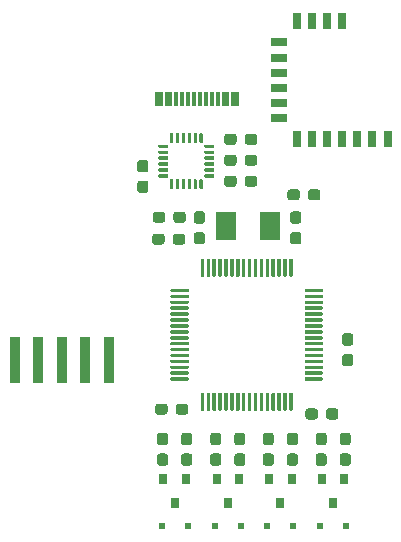
<source format=gbr>
%TF.GenerationSoftware,KiCad,Pcbnew,(5.1.6-0-10_14)*%
%TF.CreationDate,2020-11-30T17:01:27+08:00*%
%TF.ProjectId,Quadrotor,51756164-726f-4746-9f72-2e6b69636164,rev?*%
%TF.SameCoordinates,Original*%
%TF.FileFunction,Paste,Top*%
%TF.FilePolarity,Positive*%
%FSLAX46Y46*%
G04 Gerber Fmt 4.6, Leading zero omitted, Abs format (unit mm)*
G04 Created by KiCad (PCBNEW (5.1.6-0-10_14)) date 2020-11-30 17:01:27*
%MOMM*%
%LPD*%
G01*
G04 APERTURE LIST*
%ADD10R,0.850000X4.000000*%
%ADD11R,1.700000X2.400000*%
%ADD12R,0.700000X1.400000*%
%ADD13R,1.400000X0.700000*%
%ADD14R,0.800000X0.900000*%
%ADD15R,0.300000X1.150000*%
%ADD16R,0.500000X0.500000*%
G04 APERTURE END LIST*
D10*
%TO.C,U2*%
X107450000Y-129650000D03*
X109450000Y-129650000D03*
X111450000Y-129650000D03*
X113450000Y-129650000D03*
X115450000Y-129650000D03*
%TD*%
D11*
%TO.C,Y1*%
X125350000Y-118250000D03*
X129050000Y-118250000D03*
%TD*%
D12*
%TO.C,U7*%
X131350000Y-100950000D03*
X132630000Y-100950000D03*
X133910000Y-100950000D03*
D13*
X129850000Y-109150000D03*
X129850000Y-107870000D03*
X129850000Y-106590000D03*
X129850000Y-105310000D03*
X129850000Y-104030000D03*
D12*
X131350000Y-110950000D03*
X132630000Y-110950000D03*
X133910000Y-110950000D03*
X135190000Y-110950000D03*
X136470000Y-110950000D03*
X137750000Y-110950000D03*
D13*
X129850000Y-102750000D03*
D12*
X135190000Y-100950000D03*
X139030000Y-110950000D03*
%TD*%
%TO.C,U6*%
G36*
G01*
X123525000Y-111625000D02*
X123525000Y-111475000D01*
G75*
G02*
X123600000Y-111400000I75000J0D01*
G01*
X124300000Y-111400000D01*
G75*
G02*
X124375000Y-111475000I0J-75000D01*
G01*
X124375000Y-111625000D01*
G75*
G02*
X124300000Y-111700000I-75000J0D01*
G01*
X123600000Y-111700000D01*
G75*
G02*
X123525000Y-111625000I0J75000D01*
G01*
G37*
G36*
G01*
X123525000Y-112125000D02*
X123525000Y-111975000D01*
G75*
G02*
X123600000Y-111900000I75000J0D01*
G01*
X124300000Y-111900000D01*
G75*
G02*
X124375000Y-111975000I0J-75000D01*
G01*
X124375000Y-112125000D01*
G75*
G02*
X124300000Y-112200000I-75000J0D01*
G01*
X123600000Y-112200000D01*
G75*
G02*
X123525000Y-112125000I0J75000D01*
G01*
G37*
G36*
G01*
X123525000Y-112625000D02*
X123525000Y-112475000D01*
G75*
G02*
X123600000Y-112400000I75000J0D01*
G01*
X124300000Y-112400000D01*
G75*
G02*
X124375000Y-112475000I0J-75000D01*
G01*
X124375000Y-112625000D01*
G75*
G02*
X124300000Y-112700000I-75000J0D01*
G01*
X123600000Y-112700000D01*
G75*
G02*
X123525000Y-112625000I0J75000D01*
G01*
G37*
G36*
G01*
X123525000Y-113125000D02*
X123525000Y-112975000D01*
G75*
G02*
X123600000Y-112900000I75000J0D01*
G01*
X124300000Y-112900000D01*
G75*
G02*
X124375000Y-112975000I0J-75000D01*
G01*
X124375000Y-113125000D01*
G75*
G02*
X124300000Y-113200000I-75000J0D01*
G01*
X123600000Y-113200000D01*
G75*
G02*
X123525000Y-113125000I0J75000D01*
G01*
G37*
G36*
G01*
X123525000Y-113625000D02*
X123525000Y-113475000D01*
G75*
G02*
X123600000Y-113400000I75000J0D01*
G01*
X124300000Y-113400000D01*
G75*
G02*
X124375000Y-113475000I0J-75000D01*
G01*
X124375000Y-113625000D01*
G75*
G02*
X124300000Y-113700000I-75000J0D01*
G01*
X123600000Y-113700000D01*
G75*
G02*
X123525000Y-113625000I0J75000D01*
G01*
G37*
G36*
G01*
X123525000Y-114125000D02*
X123525000Y-113975000D01*
G75*
G02*
X123600000Y-113900000I75000J0D01*
G01*
X124300000Y-113900000D01*
G75*
G02*
X124375000Y-113975000I0J-75000D01*
G01*
X124375000Y-114125000D01*
G75*
G02*
X124300000Y-114200000I-75000J0D01*
G01*
X123600000Y-114200000D01*
G75*
G02*
X123525000Y-114125000I0J75000D01*
G01*
G37*
G36*
G01*
X123175000Y-114325000D02*
X123325000Y-114325000D01*
G75*
G02*
X123400000Y-114400000I0J-75000D01*
G01*
X123400000Y-115100000D01*
G75*
G02*
X123325000Y-115175000I-75000J0D01*
G01*
X123175000Y-115175000D01*
G75*
G02*
X123100000Y-115100000I0J75000D01*
G01*
X123100000Y-114400000D01*
G75*
G02*
X123175000Y-114325000I75000J0D01*
G01*
G37*
G36*
G01*
X122675000Y-114325000D02*
X122825000Y-114325000D01*
G75*
G02*
X122900000Y-114400000I0J-75000D01*
G01*
X122900000Y-115100000D01*
G75*
G02*
X122825000Y-115175000I-75000J0D01*
G01*
X122675000Y-115175000D01*
G75*
G02*
X122600000Y-115100000I0J75000D01*
G01*
X122600000Y-114400000D01*
G75*
G02*
X122675000Y-114325000I75000J0D01*
G01*
G37*
G36*
G01*
X122175000Y-114325000D02*
X122325000Y-114325000D01*
G75*
G02*
X122400000Y-114400000I0J-75000D01*
G01*
X122400000Y-115100000D01*
G75*
G02*
X122325000Y-115175000I-75000J0D01*
G01*
X122175000Y-115175000D01*
G75*
G02*
X122100000Y-115100000I0J75000D01*
G01*
X122100000Y-114400000D01*
G75*
G02*
X122175000Y-114325000I75000J0D01*
G01*
G37*
G36*
G01*
X121675000Y-114325000D02*
X121825000Y-114325000D01*
G75*
G02*
X121900000Y-114400000I0J-75000D01*
G01*
X121900000Y-115100000D01*
G75*
G02*
X121825000Y-115175000I-75000J0D01*
G01*
X121675000Y-115175000D01*
G75*
G02*
X121600000Y-115100000I0J75000D01*
G01*
X121600000Y-114400000D01*
G75*
G02*
X121675000Y-114325000I75000J0D01*
G01*
G37*
G36*
G01*
X121175000Y-114325000D02*
X121325000Y-114325000D01*
G75*
G02*
X121400000Y-114400000I0J-75000D01*
G01*
X121400000Y-115100000D01*
G75*
G02*
X121325000Y-115175000I-75000J0D01*
G01*
X121175000Y-115175000D01*
G75*
G02*
X121100000Y-115100000I0J75000D01*
G01*
X121100000Y-114400000D01*
G75*
G02*
X121175000Y-114325000I75000J0D01*
G01*
G37*
G36*
G01*
X120675000Y-114325000D02*
X120825000Y-114325000D01*
G75*
G02*
X120900000Y-114400000I0J-75000D01*
G01*
X120900000Y-115100000D01*
G75*
G02*
X120825000Y-115175000I-75000J0D01*
G01*
X120675000Y-115175000D01*
G75*
G02*
X120600000Y-115100000I0J75000D01*
G01*
X120600000Y-114400000D01*
G75*
G02*
X120675000Y-114325000I75000J0D01*
G01*
G37*
G36*
G01*
X119625000Y-114125000D02*
X119625000Y-113975000D01*
G75*
G02*
X119700000Y-113900000I75000J0D01*
G01*
X120400000Y-113900000D01*
G75*
G02*
X120475000Y-113975000I0J-75000D01*
G01*
X120475000Y-114125000D01*
G75*
G02*
X120400000Y-114200000I-75000J0D01*
G01*
X119700000Y-114200000D01*
G75*
G02*
X119625000Y-114125000I0J75000D01*
G01*
G37*
G36*
G01*
X119625000Y-113625000D02*
X119625000Y-113475000D01*
G75*
G02*
X119700000Y-113400000I75000J0D01*
G01*
X120400000Y-113400000D01*
G75*
G02*
X120475000Y-113475000I0J-75000D01*
G01*
X120475000Y-113625000D01*
G75*
G02*
X120400000Y-113700000I-75000J0D01*
G01*
X119700000Y-113700000D01*
G75*
G02*
X119625000Y-113625000I0J75000D01*
G01*
G37*
G36*
G01*
X119625000Y-113125000D02*
X119625000Y-112975000D01*
G75*
G02*
X119700000Y-112900000I75000J0D01*
G01*
X120400000Y-112900000D01*
G75*
G02*
X120475000Y-112975000I0J-75000D01*
G01*
X120475000Y-113125000D01*
G75*
G02*
X120400000Y-113200000I-75000J0D01*
G01*
X119700000Y-113200000D01*
G75*
G02*
X119625000Y-113125000I0J75000D01*
G01*
G37*
G36*
G01*
X119625000Y-112625000D02*
X119625000Y-112475000D01*
G75*
G02*
X119700000Y-112400000I75000J0D01*
G01*
X120400000Y-112400000D01*
G75*
G02*
X120475000Y-112475000I0J-75000D01*
G01*
X120475000Y-112625000D01*
G75*
G02*
X120400000Y-112700000I-75000J0D01*
G01*
X119700000Y-112700000D01*
G75*
G02*
X119625000Y-112625000I0J75000D01*
G01*
G37*
G36*
G01*
X119625000Y-112125000D02*
X119625000Y-111975000D01*
G75*
G02*
X119700000Y-111900000I75000J0D01*
G01*
X120400000Y-111900000D01*
G75*
G02*
X120475000Y-111975000I0J-75000D01*
G01*
X120475000Y-112125000D01*
G75*
G02*
X120400000Y-112200000I-75000J0D01*
G01*
X119700000Y-112200000D01*
G75*
G02*
X119625000Y-112125000I0J75000D01*
G01*
G37*
G36*
G01*
X119625000Y-111625000D02*
X119625000Y-111475000D01*
G75*
G02*
X119700000Y-111400000I75000J0D01*
G01*
X120400000Y-111400000D01*
G75*
G02*
X120475000Y-111475000I0J-75000D01*
G01*
X120475000Y-111625000D01*
G75*
G02*
X120400000Y-111700000I-75000J0D01*
G01*
X119700000Y-111700000D01*
G75*
G02*
X119625000Y-111625000I0J75000D01*
G01*
G37*
G36*
G01*
X120675000Y-110425000D02*
X120825000Y-110425000D01*
G75*
G02*
X120900000Y-110500000I0J-75000D01*
G01*
X120900000Y-111200000D01*
G75*
G02*
X120825000Y-111275000I-75000J0D01*
G01*
X120675000Y-111275000D01*
G75*
G02*
X120600000Y-111200000I0J75000D01*
G01*
X120600000Y-110500000D01*
G75*
G02*
X120675000Y-110425000I75000J0D01*
G01*
G37*
G36*
G01*
X121175000Y-110425000D02*
X121325000Y-110425000D01*
G75*
G02*
X121400000Y-110500000I0J-75000D01*
G01*
X121400000Y-111200000D01*
G75*
G02*
X121325000Y-111275000I-75000J0D01*
G01*
X121175000Y-111275000D01*
G75*
G02*
X121100000Y-111200000I0J75000D01*
G01*
X121100000Y-110500000D01*
G75*
G02*
X121175000Y-110425000I75000J0D01*
G01*
G37*
G36*
G01*
X121675000Y-110425000D02*
X121825000Y-110425000D01*
G75*
G02*
X121900000Y-110500000I0J-75000D01*
G01*
X121900000Y-111200000D01*
G75*
G02*
X121825000Y-111275000I-75000J0D01*
G01*
X121675000Y-111275000D01*
G75*
G02*
X121600000Y-111200000I0J75000D01*
G01*
X121600000Y-110500000D01*
G75*
G02*
X121675000Y-110425000I75000J0D01*
G01*
G37*
G36*
G01*
X122175000Y-110425000D02*
X122325000Y-110425000D01*
G75*
G02*
X122400000Y-110500000I0J-75000D01*
G01*
X122400000Y-111200000D01*
G75*
G02*
X122325000Y-111275000I-75000J0D01*
G01*
X122175000Y-111275000D01*
G75*
G02*
X122100000Y-111200000I0J75000D01*
G01*
X122100000Y-110500000D01*
G75*
G02*
X122175000Y-110425000I75000J0D01*
G01*
G37*
G36*
G01*
X122675000Y-110425000D02*
X122825000Y-110425000D01*
G75*
G02*
X122900000Y-110500000I0J-75000D01*
G01*
X122900000Y-111200000D01*
G75*
G02*
X122825000Y-111275000I-75000J0D01*
G01*
X122675000Y-111275000D01*
G75*
G02*
X122600000Y-111200000I0J75000D01*
G01*
X122600000Y-110500000D01*
G75*
G02*
X122675000Y-110425000I75000J0D01*
G01*
G37*
G36*
G01*
X123175000Y-110425000D02*
X123325000Y-110425000D01*
G75*
G02*
X123400000Y-110500000I0J-75000D01*
G01*
X123400000Y-111200000D01*
G75*
G02*
X123325000Y-111275000I-75000J0D01*
G01*
X123175000Y-111275000D01*
G75*
G02*
X123100000Y-111200000I0J75000D01*
G01*
X123100000Y-110500000D01*
G75*
G02*
X123175000Y-110425000I75000J0D01*
G01*
G37*
%TD*%
%TO.C,U1*%
G36*
G01*
X132075000Y-123600000D02*
X133475000Y-123600000D01*
G75*
G02*
X133550000Y-123675000I0J-75000D01*
G01*
X133550000Y-123825000D01*
G75*
G02*
X133475000Y-123900000I-75000J0D01*
G01*
X132075000Y-123900000D01*
G75*
G02*
X132000000Y-123825000I0J75000D01*
G01*
X132000000Y-123675000D01*
G75*
G02*
X132075000Y-123600000I75000J0D01*
G01*
G37*
G36*
G01*
X132075000Y-124100000D02*
X133475000Y-124100000D01*
G75*
G02*
X133550000Y-124175000I0J-75000D01*
G01*
X133550000Y-124325000D01*
G75*
G02*
X133475000Y-124400000I-75000J0D01*
G01*
X132075000Y-124400000D01*
G75*
G02*
X132000000Y-124325000I0J75000D01*
G01*
X132000000Y-124175000D01*
G75*
G02*
X132075000Y-124100000I75000J0D01*
G01*
G37*
G36*
G01*
X132075000Y-124600000D02*
X133475000Y-124600000D01*
G75*
G02*
X133550000Y-124675000I0J-75000D01*
G01*
X133550000Y-124825000D01*
G75*
G02*
X133475000Y-124900000I-75000J0D01*
G01*
X132075000Y-124900000D01*
G75*
G02*
X132000000Y-124825000I0J75000D01*
G01*
X132000000Y-124675000D01*
G75*
G02*
X132075000Y-124600000I75000J0D01*
G01*
G37*
G36*
G01*
X132075000Y-125100000D02*
X133475000Y-125100000D01*
G75*
G02*
X133550000Y-125175000I0J-75000D01*
G01*
X133550000Y-125325000D01*
G75*
G02*
X133475000Y-125400000I-75000J0D01*
G01*
X132075000Y-125400000D01*
G75*
G02*
X132000000Y-125325000I0J75000D01*
G01*
X132000000Y-125175000D01*
G75*
G02*
X132075000Y-125100000I75000J0D01*
G01*
G37*
G36*
G01*
X132075000Y-125600000D02*
X133475000Y-125600000D01*
G75*
G02*
X133550000Y-125675000I0J-75000D01*
G01*
X133550000Y-125825000D01*
G75*
G02*
X133475000Y-125900000I-75000J0D01*
G01*
X132075000Y-125900000D01*
G75*
G02*
X132000000Y-125825000I0J75000D01*
G01*
X132000000Y-125675000D01*
G75*
G02*
X132075000Y-125600000I75000J0D01*
G01*
G37*
G36*
G01*
X132075000Y-126100000D02*
X133475000Y-126100000D01*
G75*
G02*
X133550000Y-126175000I0J-75000D01*
G01*
X133550000Y-126325000D01*
G75*
G02*
X133475000Y-126400000I-75000J0D01*
G01*
X132075000Y-126400000D01*
G75*
G02*
X132000000Y-126325000I0J75000D01*
G01*
X132000000Y-126175000D01*
G75*
G02*
X132075000Y-126100000I75000J0D01*
G01*
G37*
G36*
G01*
X132075000Y-126600000D02*
X133475000Y-126600000D01*
G75*
G02*
X133550000Y-126675000I0J-75000D01*
G01*
X133550000Y-126825000D01*
G75*
G02*
X133475000Y-126900000I-75000J0D01*
G01*
X132075000Y-126900000D01*
G75*
G02*
X132000000Y-126825000I0J75000D01*
G01*
X132000000Y-126675000D01*
G75*
G02*
X132075000Y-126600000I75000J0D01*
G01*
G37*
G36*
G01*
X132075000Y-127100000D02*
X133475000Y-127100000D01*
G75*
G02*
X133550000Y-127175000I0J-75000D01*
G01*
X133550000Y-127325000D01*
G75*
G02*
X133475000Y-127400000I-75000J0D01*
G01*
X132075000Y-127400000D01*
G75*
G02*
X132000000Y-127325000I0J75000D01*
G01*
X132000000Y-127175000D01*
G75*
G02*
X132075000Y-127100000I75000J0D01*
G01*
G37*
G36*
G01*
X132075000Y-127600000D02*
X133475000Y-127600000D01*
G75*
G02*
X133550000Y-127675000I0J-75000D01*
G01*
X133550000Y-127825000D01*
G75*
G02*
X133475000Y-127900000I-75000J0D01*
G01*
X132075000Y-127900000D01*
G75*
G02*
X132000000Y-127825000I0J75000D01*
G01*
X132000000Y-127675000D01*
G75*
G02*
X132075000Y-127600000I75000J0D01*
G01*
G37*
G36*
G01*
X132075000Y-128100000D02*
X133475000Y-128100000D01*
G75*
G02*
X133550000Y-128175000I0J-75000D01*
G01*
X133550000Y-128325000D01*
G75*
G02*
X133475000Y-128400000I-75000J0D01*
G01*
X132075000Y-128400000D01*
G75*
G02*
X132000000Y-128325000I0J75000D01*
G01*
X132000000Y-128175000D01*
G75*
G02*
X132075000Y-128100000I75000J0D01*
G01*
G37*
G36*
G01*
X132075000Y-128600000D02*
X133475000Y-128600000D01*
G75*
G02*
X133550000Y-128675000I0J-75000D01*
G01*
X133550000Y-128825000D01*
G75*
G02*
X133475000Y-128900000I-75000J0D01*
G01*
X132075000Y-128900000D01*
G75*
G02*
X132000000Y-128825000I0J75000D01*
G01*
X132000000Y-128675000D01*
G75*
G02*
X132075000Y-128600000I75000J0D01*
G01*
G37*
G36*
G01*
X132075000Y-129100000D02*
X133475000Y-129100000D01*
G75*
G02*
X133550000Y-129175000I0J-75000D01*
G01*
X133550000Y-129325000D01*
G75*
G02*
X133475000Y-129400000I-75000J0D01*
G01*
X132075000Y-129400000D01*
G75*
G02*
X132000000Y-129325000I0J75000D01*
G01*
X132000000Y-129175000D01*
G75*
G02*
X132075000Y-129100000I75000J0D01*
G01*
G37*
G36*
G01*
X132075000Y-129600000D02*
X133475000Y-129600000D01*
G75*
G02*
X133550000Y-129675000I0J-75000D01*
G01*
X133550000Y-129825000D01*
G75*
G02*
X133475000Y-129900000I-75000J0D01*
G01*
X132075000Y-129900000D01*
G75*
G02*
X132000000Y-129825000I0J75000D01*
G01*
X132000000Y-129675000D01*
G75*
G02*
X132075000Y-129600000I75000J0D01*
G01*
G37*
G36*
G01*
X132075000Y-130100000D02*
X133475000Y-130100000D01*
G75*
G02*
X133550000Y-130175000I0J-75000D01*
G01*
X133550000Y-130325000D01*
G75*
G02*
X133475000Y-130400000I-75000J0D01*
G01*
X132075000Y-130400000D01*
G75*
G02*
X132000000Y-130325000I0J75000D01*
G01*
X132000000Y-130175000D01*
G75*
G02*
X132075000Y-130100000I75000J0D01*
G01*
G37*
G36*
G01*
X132075000Y-130600000D02*
X133475000Y-130600000D01*
G75*
G02*
X133550000Y-130675000I0J-75000D01*
G01*
X133550000Y-130825000D01*
G75*
G02*
X133475000Y-130900000I-75000J0D01*
G01*
X132075000Y-130900000D01*
G75*
G02*
X132000000Y-130825000I0J75000D01*
G01*
X132000000Y-130675000D01*
G75*
G02*
X132075000Y-130600000I75000J0D01*
G01*
G37*
G36*
G01*
X132075000Y-131100000D02*
X133475000Y-131100000D01*
G75*
G02*
X133550000Y-131175000I0J-75000D01*
G01*
X133550000Y-131325000D01*
G75*
G02*
X133475000Y-131400000I-75000J0D01*
G01*
X132075000Y-131400000D01*
G75*
G02*
X132000000Y-131325000I0J75000D01*
G01*
X132000000Y-131175000D01*
G75*
G02*
X132075000Y-131100000I75000J0D01*
G01*
G37*
G36*
G01*
X130775000Y-132400000D02*
X130925000Y-132400000D01*
G75*
G02*
X131000000Y-132475000I0J-75000D01*
G01*
X131000000Y-133875000D01*
G75*
G02*
X130925000Y-133950000I-75000J0D01*
G01*
X130775000Y-133950000D01*
G75*
G02*
X130700000Y-133875000I0J75000D01*
G01*
X130700000Y-132475000D01*
G75*
G02*
X130775000Y-132400000I75000J0D01*
G01*
G37*
G36*
G01*
X130275000Y-132400000D02*
X130425000Y-132400000D01*
G75*
G02*
X130500000Y-132475000I0J-75000D01*
G01*
X130500000Y-133875000D01*
G75*
G02*
X130425000Y-133950000I-75000J0D01*
G01*
X130275000Y-133950000D01*
G75*
G02*
X130200000Y-133875000I0J75000D01*
G01*
X130200000Y-132475000D01*
G75*
G02*
X130275000Y-132400000I75000J0D01*
G01*
G37*
G36*
G01*
X129775000Y-132400000D02*
X129925000Y-132400000D01*
G75*
G02*
X130000000Y-132475000I0J-75000D01*
G01*
X130000000Y-133875000D01*
G75*
G02*
X129925000Y-133950000I-75000J0D01*
G01*
X129775000Y-133950000D01*
G75*
G02*
X129700000Y-133875000I0J75000D01*
G01*
X129700000Y-132475000D01*
G75*
G02*
X129775000Y-132400000I75000J0D01*
G01*
G37*
G36*
G01*
X129275000Y-132400000D02*
X129425000Y-132400000D01*
G75*
G02*
X129500000Y-132475000I0J-75000D01*
G01*
X129500000Y-133875000D01*
G75*
G02*
X129425000Y-133950000I-75000J0D01*
G01*
X129275000Y-133950000D01*
G75*
G02*
X129200000Y-133875000I0J75000D01*
G01*
X129200000Y-132475000D01*
G75*
G02*
X129275000Y-132400000I75000J0D01*
G01*
G37*
G36*
G01*
X128775000Y-132400000D02*
X128925000Y-132400000D01*
G75*
G02*
X129000000Y-132475000I0J-75000D01*
G01*
X129000000Y-133875000D01*
G75*
G02*
X128925000Y-133950000I-75000J0D01*
G01*
X128775000Y-133950000D01*
G75*
G02*
X128700000Y-133875000I0J75000D01*
G01*
X128700000Y-132475000D01*
G75*
G02*
X128775000Y-132400000I75000J0D01*
G01*
G37*
G36*
G01*
X128275000Y-132400000D02*
X128425000Y-132400000D01*
G75*
G02*
X128500000Y-132475000I0J-75000D01*
G01*
X128500000Y-133875000D01*
G75*
G02*
X128425000Y-133950000I-75000J0D01*
G01*
X128275000Y-133950000D01*
G75*
G02*
X128200000Y-133875000I0J75000D01*
G01*
X128200000Y-132475000D01*
G75*
G02*
X128275000Y-132400000I75000J0D01*
G01*
G37*
G36*
G01*
X127775000Y-132400000D02*
X127925000Y-132400000D01*
G75*
G02*
X128000000Y-132475000I0J-75000D01*
G01*
X128000000Y-133875000D01*
G75*
G02*
X127925000Y-133950000I-75000J0D01*
G01*
X127775000Y-133950000D01*
G75*
G02*
X127700000Y-133875000I0J75000D01*
G01*
X127700000Y-132475000D01*
G75*
G02*
X127775000Y-132400000I75000J0D01*
G01*
G37*
G36*
G01*
X127275000Y-132400000D02*
X127425000Y-132400000D01*
G75*
G02*
X127500000Y-132475000I0J-75000D01*
G01*
X127500000Y-133875000D01*
G75*
G02*
X127425000Y-133950000I-75000J0D01*
G01*
X127275000Y-133950000D01*
G75*
G02*
X127200000Y-133875000I0J75000D01*
G01*
X127200000Y-132475000D01*
G75*
G02*
X127275000Y-132400000I75000J0D01*
G01*
G37*
G36*
G01*
X126775000Y-132400000D02*
X126925000Y-132400000D01*
G75*
G02*
X127000000Y-132475000I0J-75000D01*
G01*
X127000000Y-133875000D01*
G75*
G02*
X126925000Y-133950000I-75000J0D01*
G01*
X126775000Y-133950000D01*
G75*
G02*
X126700000Y-133875000I0J75000D01*
G01*
X126700000Y-132475000D01*
G75*
G02*
X126775000Y-132400000I75000J0D01*
G01*
G37*
G36*
G01*
X126275000Y-132400000D02*
X126425000Y-132400000D01*
G75*
G02*
X126500000Y-132475000I0J-75000D01*
G01*
X126500000Y-133875000D01*
G75*
G02*
X126425000Y-133950000I-75000J0D01*
G01*
X126275000Y-133950000D01*
G75*
G02*
X126200000Y-133875000I0J75000D01*
G01*
X126200000Y-132475000D01*
G75*
G02*
X126275000Y-132400000I75000J0D01*
G01*
G37*
G36*
G01*
X125775000Y-132400000D02*
X125925000Y-132400000D01*
G75*
G02*
X126000000Y-132475000I0J-75000D01*
G01*
X126000000Y-133875000D01*
G75*
G02*
X125925000Y-133950000I-75000J0D01*
G01*
X125775000Y-133950000D01*
G75*
G02*
X125700000Y-133875000I0J75000D01*
G01*
X125700000Y-132475000D01*
G75*
G02*
X125775000Y-132400000I75000J0D01*
G01*
G37*
G36*
G01*
X125275000Y-132400000D02*
X125425000Y-132400000D01*
G75*
G02*
X125500000Y-132475000I0J-75000D01*
G01*
X125500000Y-133875000D01*
G75*
G02*
X125425000Y-133950000I-75000J0D01*
G01*
X125275000Y-133950000D01*
G75*
G02*
X125200000Y-133875000I0J75000D01*
G01*
X125200000Y-132475000D01*
G75*
G02*
X125275000Y-132400000I75000J0D01*
G01*
G37*
G36*
G01*
X124775000Y-132400000D02*
X124925000Y-132400000D01*
G75*
G02*
X125000000Y-132475000I0J-75000D01*
G01*
X125000000Y-133875000D01*
G75*
G02*
X124925000Y-133950000I-75000J0D01*
G01*
X124775000Y-133950000D01*
G75*
G02*
X124700000Y-133875000I0J75000D01*
G01*
X124700000Y-132475000D01*
G75*
G02*
X124775000Y-132400000I75000J0D01*
G01*
G37*
G36*
G01*
X124275000Y-132400000D02*
X124425000Y-132400000D01*
G75*
G02*
X124500000Y-132475000I0J-75000D01*
G01*
X124500000Y-133875000D01*
G75*
G02*
X124425000Y-133950000I-75000J0D01*
G01*
X124275000Y-133950000D01*
G75*
G02*
X124200000Y-133875000I0J75000D01*
G01*
X124200000Y-132475000D01*
G75*
G02*
X124275000Y-132400000I75000J0D01*
G01*
G37*
G36*
G01*
X123775000Y-132400000D02*
X123925000Y-132400000D01*
G75*
G02*
X124000000Y-132475000I0J-75000D01*
G01*
X124000000Y-133875000D01*
G75*
G02*
X123925000Y-133950000I-75000J0D01*
G01*
X123775000Y-133950000D01*
G75*
G02*
X123700000Y-133875000I0J75000D01*
G01*
X123700000Y-132475000D01*
G75*
G02*
X123775000Y-132400000I75000J0D01*
G01*
G37*
G36*
G01*
X123275000Y-132400000D02*
X123425000Y-132400000D01*
G75*
G02*
X123500000Y-132475000I0J-75000D01*
G01*
X123500000Y-133875000D01*
G75*
G02*
X123425000Y-133950000I-75000J0D01*
G01*
X123275000Y-133950000D01*
G75*
G02*
X123200000Y-133875000I0J75000D01*
G01*
X123200000Y-132475000D01*
G75*
G02*
X123275000Y-132400000I75000J0D01*
G01*
G37*
G36*
G01*
X120725000Y-131100000D02*
X122125000Y-131100000D01*
G75*
G02*
X122200000Y-131175000I0J-75000D01*
G01*
X122200000Y-131325000D01*
G75*
G02*
X122125000Y-131400000I-75000J0D01*
G01*
X120725000Y-131400000D01*
G75*
G02*
X120650000Y-131325000I0J75000D01*
G01*
X120650000Y-131175000D01*
G75*
G02*
X120725000Y-131100000I75000J0D01*
G01*
G37*
G36*
G01*
X120725000Y-130600000D02*
X122125000Y-130600000D01*
G75*
G02*
X122200000Y-130675000I0J-75000D01*
G01*
X122200000Y-130825000D01*
G75*
G02*
X122125000Y-130900000I-75000J0D01*
G01*
X120725000Y-130900000D01*
G75*
G02*
X120650000Y-130825000I0J75000D01*
G01*
X120650000Y-130675000D01*
G75*
G02*
X120725000Y-130600000I75000J0D01*
G01*
G37*
G36*
G01*
X120725000Y-130100000D02*
X122125000Y-130100000D01*
G75*
G02*
X122200000Y-130175000I0J-75000D01*
G01*
X122200000Y-130325000D01*
G75*
G02*
X122125000Y-130400000I-75000J0D01*
G01*
X120725000Y-130400000D01*
G75*
G02*
X120650000Y-130325000I0J75000D01*
G01*
X120650000Y-130175000D01*
G75*
G02*
X120725000Y-130100000I75000J0D01*
G01*
G37*
G36*
G01*
X120725000Y-129600000D02*
X122125000Y-129600000D01*
G75*
G02*
X122200000Y-129675000I0J-75000D01*
G01*
X122200000Y-129825000D01*
G75*
G02*
X122125000Y-129900000I-75000J0D01*
G01*
X120725000Y-129900000D01*
G75*
G02*
X120650000Y-129825000I0J75000D01*
G01*
X120650000Y-129675000D01*
G75*
G02*
X120725000Y-129600000I75000J0D01*
G01*
G37*
G36*
G01*
X120725000Y-129100000D02*
X122125000Y-129100000D01*
G75*
G02*
X122200000Y-129175000I0J-75000D01*
G01*
X122200000Y-129325000D01*
G75*
G02*
X122125000Y-129400000I-75000J0D01*
G01*
X120725000Y-129400000D01*
G75*
G02*
X120650000Y-129325000I0J75000D01*
G01*
X120650000Y-129175000D01*
G75*
G02*
X120725000Y-129100000I75000J0D01*
G01*
G37*
G36*
G01*
X120725000Y-128600000D02*
X122125000Y-128600000D01*
G75*
G02*
X122200000Y-128675000I0J-75000D01*
G01*
X122200000Y-128825000D01*
G75*
G02*
X122125000Y-128900000I-75000J0D01*
G01*
X120725000Y-128900000D01*
G75*
G02*
X120650000Y-128825000I0J75000D01*
G01*
X120650000Y-128675000D01*
G75*
G02*
X120725000Y-128600000I75000J0D01*
G01*
G37*
G36*
G01*
X120725000Y-128100000D02*
X122125000Y-128100000D01*
G75*
G02*
X122200000Y-128175000I0J-75000D01*
G01*
X122200000Y-128325000D01*
G75*
G02*
X122125000Y-128400000I-75000J0D01*
G01*
X120725000Y-128400000D01*
G75*
G02*
X120650000Y-128325000I0J75000D01*
G01*
X120650000Y-128175000D01*
G75*
G02*
X120725000Y-128100000I75000J0D01*
G01*
G37*
G36*
G01*
X120725000Y-127600000D02*
X122125000Y-127600000D01*
G75*
G02*
X122200000Y-127675000I0J-75000D01*
G01*
X122200000Y-127825000D01*
G75*
G02*
X122125000Y-127900000I-75000J0D01*
G01*
X120725000Y-127900000D01*
G75*
G02*
X120650000Y-127825000I0J75000D01*
G01*
X120650000Y-127675000D01*
G75*
G02*
X120725000Y-127600000I75000J0D01*
G01*
G37*
G36*
G01*
X120725000Y-127100000D02*
X122125000Y-127100000D01*
G75*
G02*
X122200000Y-127175000I0J-75000D01*
G01*
X122200000Y-127325000D01*
G75*
G02*
X122125000Y-127400000I-75000J0D01*
G01*
X120725000Y-127400000D01*
G75*
G02*
X120650000Y-127325000I0J75000D01*
G01*
X120650000Y-127175000D01*
G75*
G02*
X120725000Y-127100000I75000J0D01*
G01*
G37*
G36*
G01*
X120725000Y-126600000D02*
X122125000Y-126600000D01*
G75*
G02*
X122200000Y-126675000I0J-75000D01*
G01*
X122200000Y-126825000D01*
G75*
G02*
X122125000Y-126900000I-75000J0D01*
G01*
X120725000Y-126900000D01*
G75*
G02*
X120650000Y-126825000I0J75000D01*
G01*
X120650000Y-126675000D01*
G75*
G02*
X120725000Y-126600000I75000J0D01*
G01*
G37*
G36*
G01*
X120725000Y-126100000D02*
X122125000Y-126100000D01*
G75*
G02*
X122200000Y-126175000I0J-75000D01*
G01*
X122200000Y-126325000D01*
G75*
G02*
X122125000Y-126400000I-75000J0D01*
G01*
X120725000Y-126400000D01*
G75*
G02*
X120650000Y-126325000I0J75000D01*
G01*
X120650000Y-126175000D01*
G75*
G02*
X120725000Y-126100000I75000J0D01*
G01*
G37*
G36*
G01*
X120725000Y-125600000D02*
X122125000Y-125600000D01*
G75*
G02*
X122200000Y-125675000I0J-75000D01*
G01*
X122200000Y-125825000D01*
G75*
G02*
X122125000Y-125900000I-75000J0D01*
G01*
X120725000Y-125900000D01*
G75*
G02*
X120650000Y-125825000I0J75000D01*
G01*
X120650000Y-125675000D01*
G75*
G02*
X120725000Y-125600000I75000J0D01*
G01*
G37*
G36*
G01*
X120725000Y-125100000D02*
X122125000Y-125100000D01*
G75*
G02*
X122200000Y-125175000I0J-75000D01*
G01*
X122200000Y-125325000D01*
G75*
G02*
X122125000Y-125400000I-75000J0D01*
G01*
X120725000Y-125400000D01*
G75*
G02*
X120650000Y-125325000I0J75000D01*
G01*
X120650000Y-125175000D01*
G75*
G02*
X120725000Y-125100000I75000J0D01*
G01*
G37*
G36*
G01*
X120725000Y-124600000D02*
X122125000Y-124600000D01*
G75*
G02*
X122200000Y-124675000I0J-75000D01*
G01*
X122200000Y-124825000D01*
G75*
G02*
X122125000Y-124900000I-75000J0D01*
G01*
X120725000Y-124900000D01*
G75*
G02*
X120650000Y-124825000I0J75000D01*
G01*
X120650000Y-124675000D01*
G75*
G02*
X120725000Y-124600000I75000J0D01*
G01*
G37*
G36*
G01*
X120725000Y-124100000D02*
X122125000Y-124100000D01*
G75*
G02*
X122200000Y-124175000I0J-75000D01*
G01*
X122200000Y-124325000D01*
G75*
G02*
X122125000Y-124400000I-75000J0D01*
G01*
X120725000Y-124400000D01*
G75*
G02*
X120650000Y-124325000I0J75000D01*
G01*
X120650000Y-124175000D01*
G75*
G02*
X120725000Y-124100000I75000J0D01*
G01*
G37*
G36*
G01*
X120725000Y-123600000D02*
X122125000Y-123600000D01*
G75*
G02*
X122200000Y-123675000I0J-75000D01*
G01*
X122200000Y-123825000D01*
G75*
G02*
X122125000Y-123900000I-75000J0D01*
G01*
X120725000Y-123900000D01*
G75*
G02*
X120650000Y-123825000I0J75000D01*
G01*
X120650000Y-123675000D01*
G75*
G02*
X120725000Y-123600000I75000J0D01*
G01*
G37*
G36*
G01*
X123275000Y-121050000D02*
X123425000Y-121050000D01*
G75*
G02*
X123500000Y-121125000I0J-75000D01*
G01*
X123500000Y-122525000D01*
G75*
G02*
X123425000Y-122600000I-75000J0D01*
G01*
X123275000Y-122600000D01*
G75*
G02*
X123200000Y-122525000I0J75000D01*
G01*
X123200000Y-121125000D01*
G75*
G02*
X123275000Y-121050000I75000J0D01*
G01*
G37*
G36*
G01*
X123775000Y-121050000D02*
X123925000Y-121050000D01*
G75*
G02*
X124000000Y-121125000I0J-75000D01*
G01*
X124000000Y-122525000D01*
G75*
G02*
X123925000Y-122600000I-75000J0D01*
G01*
X123775000Y-122600000D01*
G75*
G02*
X123700000Y-122525000I0J75000D01*
G01*
X123700000Y-121125000D01*
G75*
G02*
X123775000Y-121050000I75000J0D01*
G01*
G37*
G36*
G01*
X124275000Y-121050000D02*
X124425000Y-121050000D01*
G75*
G02*
X124500000Y-121125000I0J-75000D01*
G01*
X124500000Y-122525000D01*
G75*
G02*
X124425000Y-122600000I-75000J0D01*
G01*
X124275000Y-122600000D01*
G75*
G02*
X124200000Y-122525000I0J75000D01*
G01*
X124200000Y-121125000D01*
G75*
G02*
X124275000Y-121050000I75000J0D01*
G01*
G37*
G36*
G01*
X124775000Y-121050000D02*
X124925000Y-121050000D01*
G75*
G02*
X125000000Y-121125000I0J-75000D01*
G01*
X125000000Y-122525000D01*
G75*
G02*
X124925000Y-122600000I-75000J0D01*
G01*
X124775000Y-122600000D01*
G75*
G02*
X124700000Y-122525000I0J75000D01*
G01*
X124700000Y-121125000D01*
G75*
G02*
X124775000Y-121050000I75000J0D01*
G01*
G37*
G36*
G01*
X125275000Y-121050000D02*
X125425000Y-121050000D01*
G75*
G02*
X125500000Y-121125000I0J-75000D01*
G01*
X125500000Y-122525000D01*
G75*
G02*
X125425000Y-122600000I-75000J0D01*
G01*
X125275000Y-122600000D01*
G75*
G02*
X125200000Y-122525000I0J75000D01*
G01*
X125200000Y-121125000D01*
G75*
G02*
X125275000Y-121050000I75000J0D01*
G01*
G37*
G36*
G01*
X125775000Y-121050000D02*
X125925000Y-121050000D01*
G75*
G02*
X126000000Y-121125000I0J-75000D01*
G01*
X126000000Y-122525000D01*
G75*
G02*
X125925000Y-122600000I-75000J0D01*
G01*
X125775000Y-122600000D01*
G75*
G02*
X125700000Y-122525000I0J75000D01*
G01*
X125700000Y-121125000D01*
G75*
G02*
X125775000Y-121050000I75000J0D01*
G01*
G37*
G36*
G01*
X126275000Y-121050000D02*
X126425000Y-121050000D01*
G75*
G02*
X126500000Y-121125000I0J-75000D01*
G01*
X126500000Y-122525000D01*
G75*
G02*
X126425000Y-122600000I-75000J0D01*
G01*
X126275000Y-122600000D01*
G75*
G02*
X126200000Y-122525000I0J75000D01*
G01*
X126200000Y-121125000D01*
G75*
G02*
X126275000Y-121050000I75000J0D01*
G01*
G37*
G36*
G01*
X126775000Y-121050000D02*
X126925000Y-121050000D01*
G75*
G02*
X127000000Y-121125000I0J-75000D01*
G01*
X127000000Y-122525000D01*
G75*
G02*
X126925000Y-122600000I-75000J0D01*
G01*
X126775000Y-122600000D01*
G75*
G02*
X126700000Y-122525000I0J75000D01*
G01*
X126700000Y-121125000D01*
G75*
G02*
X126775000Y-121050000I75000J0D01*
G01*
G37*
G36*
G01*
X127275000Y-121050000D02*
X127425000Y-121050000D01*
G75*
G02*
X127500000Y-121125000I0J-75000D01*
G01*
X127500000Y-122525000D01*
G75*
G02*
X127425000Y-122600000I-75000J0D01*
G01*
X127275000Y-122600000D01*
G75*
G02*
X127200000Y-122525000I0J75000D01*
G01*
X127200000Y-121125000D01*
G75*
G02*
X127275000Y-121050000I75000J0D01*
G01*
G37*
G36*
G01*
X127775000Y-121050000D02*
X127925000Y-121050000D01*
G75*
G02*
X128000000Y-121125000I0J-75000D01*
G01*
X128000000Y-122525000D01*
G75*
G02*
X127925000Y-122600000I-75000J0D01*
G01*
X127775000Y-122600000D01*
G75*
G02*
X127700000Y-122525000I0J75000D01*
G01*
X127700000Y-121125000D01*
G75*
G02*
X127775000Y-121050000I75000J0D01*
G01*
G37*
G36*
G01*
X128275000Y-121050000D02*
X128425000Y-121050000D01*
G75*
G02*
X128500000Y-121125000I0J-75000D01*
G01*
X128500000Y-122525000D01*
G75*
G02*
X128425000Y-122600000I-75000J0D01*
G01*
X128275000Y-122600000D01*
G75*
G02*
X128200000Y-122525000I0J75000D01*
G01*
X128200000Y-121125000D01*
G75*
G02*
X128275000Y-121050000I75000J0D01*
G01*
G37*
G36*
G01*
X128775000Y-121050000D02*
X128925000Y-121050000D01*
G75*
G02*
X129000000Y-121125000I0J-75000D01*
G01*
X129000000Y-122525000D01*
G75*
G02*
X128925000Y-122600000I-75000J0D01*
G01*
X128775000Y-122600000D01*
G75*
G02*
X128700000Y-122525000I0J75000D01*
G01*
X128700000Y-121125000D01*
G75*
G02*
X128775000Y-121050000I75000J0D01*
G01*
G37*
G36*
G01*
X129275000Y-121050000D02*
X129425000Y-121050000D01*
G75*
G02*
X129500000Y-121125000I0J-75000D01*
G01*
X129500000Y-122525000D01*
G75*
G02*
X129425000Y-122600000I-75000J0D01*
G01*
X129275000Y-122600000D01*
G75*
G02*
X129200000Y-122525000I0J75000D01*
G01*
X129200000Y-121125000D01*
G75*
G02*
X129275000Y-121050000I75000J0D01*
G01*
G37*
G36*
G01*
X129775000Y-121050000D02*
X129925000Y-121050000D01*
G75*
G02*
X130000000Y-121125000I0J-75000D01*
G01*
X130000000Y-122525000D01*
G75*
G02*
X129925000Y-122600000I-75000J0D01*
G01*
X129775000Y-122600000D01*
G75*
G02*
X129700000Y-122525000I0J75000D01*
G01*
X129700000Y-121125000D01*
G75*
G02*
X129775000Y-121050000I75000J0D01*
G01*
G37*
G36*
G01*
X130275000Y-121050000D02*
X130425000Y-121050000D01*
G75*
G02*
X130500000Y-121125000I0J-75000D01*
G01*
X130500000Y-122525000D01*
G75*
G02*
X130425000Y-122600000I-75000J0D01*
G01*
X130275000Y-122600000D01*
G75*
G02*
X130200000Y-122525000I0J75000D01*
G01*
X130200000Y-121125000D01*
G75*
G02*
X130275000Y-121050000I75000J0D01*
G01*
G37*
G36*
G01*
X130775000Y-121050000D02*
X130925000Y-121050000D01*
G75*
G02*
X131000000Y-121125000I0J-75000D01*
G01*
X131000000Y-122525000D01*
G75*
G02*
X130925000Y-122600000I-75000J0D01*
G01*
X130775000Y-122600000D01*
G75*
G02*
X130700000Y-122525000I0J75000D01*
G01*
X130700000Y-121125000D01*
G75*
G02*
X130775000Y-121050000I75000J0D01*
G01*
G37*
%TD*%
%TO.C,R24*%
G36*
G01*
X133647500Y-136850000D02*
X133172500Y-136850000D01*
G75*
G02*
X132935000Y-136612500I0J237500D01*
G01*
X132935000Y-136037500D01*
G75*
G02*
X133172500Y-135800000I237500J0D01*
G01*
X133647500Y-135800000D01*
G75*
G02*
X133885000Y-136037500I0J-237500D01*
G01*
X133885000Y-136612500D01*
G75*
G02*
X133647500Y-136850000I-237500J0D01*
G01*
G37*
G36*
G01*
X133647500Y-138600000D02*
X133172500Y-138600000D01*
G75*
G02*
X132935000Y-138362500I0J237500D01*
G01*
X132935000Y-137787500D01*
G75*
G02*
X133172500Y-137550000I237500J0D01*
G01*
X133647500Y-137550000D01*
G75*
G02*
X133885000Y-137787500I0J-237500D01*
G01*
X133885000Y-138362500D01*
G75*
G02*
X133647500Y-138600000I-237500J0D01*
G01*
G37*
%TD*%
%TO.C,R23*%
G36*
G01*
X124717500Y-136850000D02*
X124242500Y-136850000D01*
G75*
G02*
X124005000Y-136612500I0J237500D01*
G01*
X124005000Y-136037500D01*
G75*
G02*
X124242500Y-135800000I237500J0D01*
G01*
X124717500Y-135800000D01*
G75*
G02*
X124955000Y-136037500I0J-237500D01*
G01*
X124955000Y-136612500D01*
G75*
G02*
X124717500Y-136850000I-237500J0D01*
G01*
G37*
G36*
G01*
X124717500Y-138600000D02*
X124242500Y-138600000D01*
G75*
G02*
X124005000Y-138362500I0J237500D01*
G01*
X124005000Y-137787500D01*
G75*
G02*
X124242500Y-137550000I237500J0D01*
G01*
X124717500Y-137550000D01*
G75*
G02*
X124955000Y-137787500I0J-237500D01*
G01*
X124955000Y-138362500D01*
G75*
G02*
X124717500Y-138600000I-237500J0D01*
G01*
G37*
%TD*%
%TO.C,R22*%
G36*
G01*
X135687500Y-136850000D02*
X135212500Y-136850000D01*
G75*
G02*
X134975000Y-136612500I0J237500D01*
G01*
X134975000Y-136037500D01*
G75*
G02*
X135212500Y-135800000I237500J0D01*
G01*
X135687500Y-135800000D01*
G75*
G02*
X135925000Y-136037500I0J-237500D01*
G01*
X135925000Y-136612500D01*
G75*
G02*
X135687500Y-136850000I-237500J0D01*
G01*
G37*
G36*
G01*
X135687500Y-138600000D02*
X135212500Y-138600000D01*
G75*
G02*
X134975000Y-138362500I0J237500D01*
G01*
X134975000Y-137787500D01*
G75*
G02*
X135212500Y-137550000I237500J0D01*
G01*
X135687500Y-137550000D01*
G75*
G02*
X135925000Y-137787500I0J-237500D01*
G01*
X135925000Y-138362500D01*
G75*
G02*
X135687500Y-138600000I-237500J0D01*
G01*
G37*
%TD*%
%TO.C,R21*%
G36*
G01*
X126757500Y-136850000D02*
X126282500Y-136850000D01*
G75*
G02*
X126045000Y-136612500I0J237500D01*
G01*
X126045000Y-136037500D01*
G75*
G02*
X126282500Y-135800000I237500J0D01*
G01*
X126757500Y-135800000D01*
G75*
G02*
X126995000Y-136037500I0J-237500D01*
G01*
X126995000Y-136612500D01*
G75*
G02*
X126757500Y-136850000I-237500J0D01*
G01*
G37*
G36*
G01*
X126757500Y-138600000D02*
X126282500Y-138600000D01*
G75*
G02*
X126045000Y-138362500I0J237500D01*
G01*
X126045000Y-137787500D01*
G75*
G02*
X126282500Y-137550000I237500J0D01*
G01*
X126757500Y-137550000D01*
G75*
G02*
X126995000Y-137787500I0J-237500D01*
G01*
X126995000Y-138362500D01*
G75*
G02*
X126757500Y-138600000I-237500J0D01*
G01*
G37*
%TD*%
%TO.C,R20*%
G36*
G01*
X129167500Y-136850000D02*
X128692500Y-136850000D01*
G75*
G02*
X128455000Y-136612500I0J237500D01*
G01*
X128455000Y-136037500D01*
G75*
G02*
X128692500Y-135800000I237500J0D01*
G01*
X129167500Y-135800000D01*
G75*
G02*
X129405000Y-136037500I0J-237500D01*
G01*
X129405000Y-136612500D01*
G75*
G02*
X129167500Y-136850000I-237500J0D01*
G01*
G37*
G36*
G01*
X129167500Y-138600000D02*
X128692500Y-138600000D01*
G75*
G02*
X128455000Y-138362500I0J237500D01*
G01*
X128455000Y-137787500D01*
G75*
G02*
X128692500Y-137550000I237500J0D01*
G01*
X129167500Y-137550000D01*
G75*
G02*
X129405000Y-137787500I0J-237500D01*
G01*
X129405000Y-138362500D01*
G75*
G02*
X129167500Y-138600000I-237500J0D01*
G01*
G37*
%TD*%
%TO.C,R19*%
G36*
G01*
X120217500Y-136850000D02*
X119742500Y-136850000D01*
G75*
G02*
X119505000Y-136612500I0J237500D01*
G01*
X119505000Y-136037500D01*
G75*
G02*
X119742500Y-135800000I237500J0D01*
G01*
X120217500Y-135800000D01*
G75*
G02*
X120455000Y-136037500I0J-237500D01*
G01*
X120455000Y-136612500D01*
G75*
G02*
X120217500Y-136850000I-237500J0D01*
G01*
G37*
G36*
G01*
X120217500Y-138600000D02*
X119742500Y-138600000D01*
G75*
G02*
X119505000Y-138362500I0J237500D01*
G01*
X119505000Y-137787500D01*
G75*
G02*
X119742500Y-137550000I237500J0D01*
G01*
X120217500Y-137550000D01*
G75*
G02*
X120455000Y-137787500I0J-237500D01*
G01*
X120455000Y-138362500D01*
G75*
G02*
X120217500Y-138600000I-237500J0D01*
G01*
G37*
%TD*%
%TO.C,R18*%
G36*
G01*
X131207500Y-136850000D02*
X130732500Y-136850000D01*
G75*
G02*
X130495000Y-136612500I0J237500D01*
G01*
X130495000Y-136037500D01*
G75*
G02*
X130732500Y-135800000I237500J0D01*
G01*
X131207500Y-135800000D01*
G75*
G02*
X131445000Y-136037500I0J-237500D01*
G01*
X131445000Y-136612500D01*
G75*
G02*
X131207500Y-136850000I-237500J0D01*
G01*
G37*
G36*
G01*
X131207500Y-138600000D02*
X130732500Y-138600000D01*
G75*
G02*
X130495000Y-138362500I0J237500D01*
G01*
X130495000Y-137787500D01*
G75*
G02*
X130732500Y-137550000I237500J0D01*
G01*
X131207500Y-137550000D01*
G75*
G02*
X131445000Y-137787500I0J-237500D01*
G01*
X131445000Y-138362500D01*
G75*
G02*
X131207500Y-138600000I-237500J0D01*
G01*
G37*
%TD*%
%TO.C,R17*%
G36*
G01*
X122257500Y-136850000D02*
X121782500Y-136850000D01*
G75*
G02*
X121545000Y-136612500I0J237500D01*
G01*
X121545000Y-136037500D01*
G75*
G02*
X121782500Y-135800000I237500J0D01*
G01*
X122257500Y-135800000D01*
G75*
G02*
X122495000Y-136037500I0J-237500D01*
G01*
X122495000Y-136612500D01*
G75*
G02*
X122257500Y-136850000I-237500J0D01*
G01*
G37*
G36*
G01*
X122257500Y-138600000D02*
X121782500Y-138600000D01*
G75*
G02*
X121545000Y-138362500I0J237500D01*
G01*
X121545000Y-137787500D01*
G75*
G02*
X121782500Y-137550000I237500J0D01*
G01*
X122257500Y-137550000D01*
G75*
G02*
X122495000Y-137787500I0J-237500D01*
G01*
X122495000Y-138362500D01*
G75*
G02*
X122257500Y-138600000I-237500J0D01*
G01*
G37*
%TD*%
%TO.C,R8*%
G36*
G01*
X126250000Y-112487500D02*
X126250000Y-112962500D01*
G75*
G02*
X126012500Y-113200000I-237500J0D01*
G01*
X125437500Y-113200000D01*
G75*
G02*
X125200000Y-112962500I0J237500D01*
G01*
X125200000Y-112487500D01*
G75*
G02*
X125437500Y-112250000I237500J0D01*
G01*
X126012500Y-112250000D01*
G75*
G02*
X126250000Y-112487500I0J-237500D01*
G01*
G37*
G36*
G01*
X128000000Y-112487500D02*
X128000000Y-112962500D01*
G75*
G02*
X127762500Y-113200000I-237500J0D01*
G01*
X127187500Y-113200000D01*
G75*
G02*
X126950000Y-112962500I0J237500D01*
G01*
X126950000Y-112487500D01*
G75*
G02*
X127187500Y-112250000I237500J0D01*
G01*
X127762500Y-112250000D01*
G75*
G02*
X128000000Y-112487500I0J-237500D01*
G01*
G37*
%TD*%
%TO.C,R7*%
G36*
G01*
X126250000Y-110712500D02*
X126250000Y-111187500D01*
G75*
G02*
X126012500Y-111425000I-237500J0D01*
G01*
X125437500Y-111425000D01*
G75*
G02*
X125200000Y-111187500I0J237500D01*
G01*
X125200000Y-110712500D01*
G75*
G02*
X125437500Y-110475000I237500J0D01*
G01*
X126012500Y-110475000D01*
G75*
G02*
X126250000Y-110712500I0J-237500D01*
G01*
G37*
G36*
G01*
X128000000Y-110712500D02*
X128000000Y-111187500D01*
G75*
G02*
X127762500Y-111425000I-237500J0D01*
G01*
X127187500Y-111425000D01*
G75*
G02*
X126950000Y-111187500I0J237500D01*
G01*
X126950000Y-110712500D01*
G75*
G02*
X127187500Y-110475000I237500J0D01*
G01*
X127762500Y-110475000D01*
G75*
G02*
X128000000Y-110712500I0J-237500D01*
G01*
G37*
%TD*%
%TO.C,R6*%
G36*
G01*
X131600000Y-115412500D02*
X131600000Y-115887500D01*
G75*
G02*
X131362500Y-116125000I-237500J0D01*
G01*
X130787500Y-116125000D01*
G75*
G02*
X130550000Y-115887500I0J237500D01*
G01*
X130550000Y-115412500D01*
G75*
G02*
X130787500Y-115175000I237500J0D01*
G01*
X131362500Y-115175000D01*
G75*
G02*
X131600000Y-115412500I0J-237500D01*
G01*
G37*
G36*
G01*
X133350000Y-115412500D02*
X133350000Y-115887500D01*
G75*
G02*
X133112500Y-116125000I-237500J0D01*
G01*
X132537500Y-116125000D01*
G75*
G02*
X132300000Y-115887500I0J237500D01*
G01*
X132300000Y-115412500D01*
G75*
G02*
X132537500Y-115175000I237500J0D01*
G01*
X133112500Y-115175000D01*
G75*
G02*
X133350000Y-115412500I0J-237500D01*
G01*
G37*
%TD*%
%TO.C,R4*%
G36*
G01*
X120150000Y-119162500D02*
X120150000Y-119637500D01*
G75*
G02*
X119912500Y-119875000I-237500J0D01*
G01*
X119337500Y-119875000D01*
G75*
G02*
X119100000Y-119637500I0J237500D01*
G01*
X119100000Y-119162500D01*
G75*
G02*
X119337500Y-118925000I237500J0D01*
G01*
X119912500Y-118925000D01*
G75*
G02*
X120150000Y-119162500I0J-237500D01*
G01*
G37*
G36*
G01*
X121900000Y-119162500D02*
X121900000Y-119637500D01*
G75*
G02*
X121662500Y-119875000I-237500J0D01*
G01*
X121087500Y-119875000D01*
G75*
G02*
X120850000Y-119637500I0J237500D01*
G01*
X120850000Y-119162500D01*
G75*
G02*
X121087500Y-118925000I237500J0D01*
G01*
X121662500Y-118925000D01*
G75*
G02*
X121900000Y-119162500I0J-237500D01*
G01*
G37*
%TD*%
%TO.C,R2*%
G36*
G01*
X135887500Y-128425000D02*
X135412500Y-128425000D01*
G75*
G02*
X135175000Y-128187500I0J237500D01*
G01*
X135175000Y-127612500D01*
G75*
G02*
X135412500Y-127375000I237500J0D01*
G01*
X135887500Y-127375000D01*
G75*
G02*
X136125000Y-127612500I0J-237500D01*
G01*
X136125000Y-128187500D01*
G75*
G02*
X135887500Y-128425000I-237500J0D01*
G01*
G37*
G36*
G01*
X135887500Y-130175000D02*
X135412500Y-130175000D01*
G75*
G02*
X135175000Y-129937500I0J237500D01*
G01*
X135175000Y-129362500D01*
G75*
G02*
X135412500Y-129125000I237500J0D01*
G01*
X135887500Y-129125000D01*
G75*
G02*
X136125000Y-129362500I0J-237500D01*
G01*
X136125000Y-129937500D01*
G75*
G02*
X135887500Y-130175000I-237500J0D01*
G01*
G37*
%TD*%
D14*
%TO.C,Q4*%
X134430000Y-141750000D03*
X133480000Y-139750000D03*
X135380000Y-139750000D03*
%TD*%
%TO.C,Q3*%
X125500000Y-141750000D03*
X124550000Y-139750000D03*
X126450000Y-139750000D03*
%TD*%
%TO.C,Q2*%
X129950000Y-141750000D03*
X129000000Y-139750000D03*
X130900000Y-139750000D03*
%TD*%
%TO.C,Q1*%
X121000000Y-141750000D03*
X120050000Y-139750000D03*
X121950000Y-139750000D03*
%TD*%
D15*
%TO.C,J1*%
X119550000Y-107520000D03*
X120350000Y-107520000D03*
X125150000Y-107520000D03*
X125950000Y-107520000D03*
X126250000Y-107520000D03*
X125450000Y-107520000D03*
X124650000Y-107520000D03*
X124150000Y-107520000D03*
X123650000Y-107520000D03*
X123150000Y-107520000D03*
X122650000Y-107520000D03*
X122150000Y-107520000D03*
X121650000Y-107520000D03*
X121150000Y-107520000D03*
X120650000Y-107520000D03*
X119850000Y-107520000D03*
%TD*%
D16*
%TO.C,D6*%
X135530000Y-143700000D03*
X133330000Y-143700000D03*
%TD*%
%TO.C,D5*%
X126600000Y-143700000D03*
X124400000Y-143700000D03*
%TD*%
%TO.C,D4*%
X128850000Y-143700000D03*
X131050000Y-143700000D03*
%TD*%
%TO.C,D3*%
X119900000Y-143700000D03*
X122100000Y-143700000D03*
%TD*%
%TO.C,C25*%
G36*
G01*
X126950000Y-114737500D02*
X126950000Y-114262500D01*
G75*
G02*
X127187500Y-114025000I237500J0D01*
G01*
X127762500Y-114025000D01*
G75*
G02*
X128000000Y-114262500I0J-237500D01*
G01*
X128000000Y-114737500D01*
G75*
G02*
X127762500Y-114975000I-237500J0D01*
G01*
X127187500Y-114975000D01*
G75*
G02*
X126950000Y-114737500I0J237500D01*
G01*
G37*
G36*
G01*
X125200000Y-114737500D02*
X125200000Y-114262500D01*
G75*
G02*
X125437500Y-114025000I237500J0D01*
G01*
X126012500Y-114025000D01*
G75*
G02*
X126250000Y-114262500I0J-237500D01*
G01*
X126250000Y-114737500D01*
G75*
G02*
X126012500Y-114975000I-237500J0D01*
G01*
X125437500Y-114975000D01*
G75*
G02*
X125200000Y-114737500I0J237500D01*
G01*
G37*
%TD*%
%TO.C,C24*%
G36*
G01*
X118062500Y-114450000D02*
X118537500Y-114450000D01*
G75*
G02*
X118775000Y-114687500I0J-237500D01*
G01*
X118775000Y-115262500D01*
G75*
G02*
X118537500Y-115500000I-237500J0D01*
G01*
X118062500Y-115500000D01*
G75*
G02*
X117825000Y-115262500I0J237500D01*
G01*
X117825000Y-114687500D01*
G75*
G02*
X118062500Y-114450000I237500J0D01*
G01*
G37*
G36*
G01*
X118062500Y-112700000D02*
X118537500Y-112700000D01*
G75*
G02*
X118775000Y-112937500I0J-237500D01*
G01*
X118775000Y-113512500D01*
G75*
G02*
X118537500Y-113750000I-237500J0D01*
G01*
X118062500Y-113750000D01*
G75*
G02*
X117825000Y-113512500I0J237500D01*
G01*
X117825000Y-112937500D01*
G75*
G02*
X118062500Y-112700000I237500J0D01*
G01*
G37*
%TD*%
%TO.C,C21*%
G36*
G01*
X123337500Y-118100000D02*
X122862500Y-118100000D01*
G75*
G02*
X122625000Y-117862500I0J237500D01*
G01*
X122625000Y-117287500D01*
G75*
G02*
X122862500Y-117050000I237500J0D01*
G01*
X123337500Y-117050000D01*
G75*
G02*
X123575000Y-117287500I0J-237500D01*
G01*
X123575000Y-117862500D01*
G75*
G02*
X123337500Y-118100000I-237500J0D01*
G01*
G37*
G36*
G01*
X123337500Y-119850000D02*
X122862500Y-119850000D01*
G75*
G02*
X122625000Y-119612500I0J237500D01*
G01*
X122625000Y-119037500D01*
G75*
G02*
X122862500Y-118800000I237500J0D01*
G01*
X123337500Y-118800000D01*
G75*
G02*
X123575000Y-119037500I0J-237500D01*
G01*
X123575000Y-119612500D01*
G75*
G02*
X123337500Y-119850000I-237500J0D01*
G01*
G37*
%TD*%
%TO.C,C20*%
G36*
G01*
X131012500Y-118800000D02*
X131487500Y-118800000D01*
G75*
G02*
X131725000Y-119037500I0J-237500D01*
G01*
X131725000Y-119612500D01*
G75*
G02*
X131487500Y-119850000I-237500J0D01*
G01*
X131012500Y-119850000D01*
G75*
G02*
X130775000Y-119612500I0J237500D01*
G01*
X130775000Y-119037500D01*
G75*
G02*
X131012500Y-118800000I237500J0D01*
G01*
G37*
G36*
G01*
X131012500Y-117050000D02*
X131487500Y-117050000D01*
G75*
G02*
X131725000Y-117287500I0J-237500D01*
G01*
X131725000Y-117862500D01*
G75*
G02*
X131487500Y-118100000I-237500J0D01*
G01*
X131012500Y-118100000D01*
G75*
G02*
X130775000Y-117862500I0J237500D01*
G01*
X130775000Y-117287500D01*
G75*
G02*
X131012500Y-117050000I237500J0D01*
G01*
G37*
%TD*%
%TO.C,C16*%
G36*
G01*
X120200000Y-117312500D02*
X120200000Y-117787500D01*
G75*
G02*
X119962500Y-118025000I-237500J0D01*
G01*
X119387500Y-118025000D01*
G75*
G02*
X119150000Y-117787500I0J237500D01*
G01*
X119150000Y-117312500D01*
G75*
G02*
X119387500Y-117075000I237500J0D01*
G01*
X119962500Y-117075000D01*
G75*
G02*
X120200000Y-117312500I0J-237500D01*
G01*
G37*
G36*
G01*
X121950000Y-117312500D02*
X121950000Y-117787500D01*
G75*
G02*
X121712500Y-118025000I-237500J0D01*
G01*
X121137500Y-118025000D01*
G75*
G02*
X120900000Y-117787500I0J237500D01*
G01*
X120900000Y-117312500D01*
G75*
G02*
X121137500Y-117075000I237500J0D01*
G01*
X121712500Y-117075000D01*
G75*
G02*
X121950000Y-117312500I0J-237500D01*
G01*
G37*
%TD*%
%TO.C,C10*%
G36*
G01*
X133825000Y-134437500D02*
X133825000Y-133962500D01*
G75*
G02*
X134062500Y-133725000I237500J0D01*
G01*
X134637500Y-133725000D01*
G75*
G02*
X134875000Y-133962500I0J-237500D01*
G01*
X134875000Y-134437500D01*
G75*
G02*
X134637500Y-134675000I-237500J0D01*
G01*
X134062500Y-134675000D01*
G75*
G02*
X133825000Y-134437500I0J237500D01*
G01*
G37*
G36*
G01*
X132075000Y-134437500D02*
X132075000Y-133962500D01*
G75*
G02*
X132312500Y-133725000I237500J0D01*
G01*
X132887500Y-133725000D01*
G75*
G02*
X133125000Y-133962500I0J-237500D01*
G01*
X133125000Y-134437500D01*
G75*
G02*
X132887500Y-134675000I-237500J0D01*
G01*
X132312500Y-134675000D01*
G75*
G02*
X132075000Y-134437500I0J237500D01*
G01*
G37*
%TD*%
%TO.C,C1*%
G36*
G01*
X120400000Y-133562500D02*
X120400000Y-134037500D01*
G75*
G02*
X120162500Y-134275000I-237500J0D01*
G01*
X119587500Y-134275000D01*
G75*
G02*
X119350000Y-134037500I0J237500D01*
G01*
X119350000Y-133562500D01*
G75*
G02*
X119587500Y-133325000I237500J0D01*
G01*
X120162500Y-133325000D01*
G75*
G02*
X120400000Y-133562500I0J-237500D01*
G01*
G37*
G36*
G01*
X122150000Y-133562500D02*
X122150000Y-134037500D01*
G75*
G02*
X121912500Y-134275000I-237500J0D01*
G01*
X121337500Y-134275000D01*
G75*
G02*
X121100000Y-134037500I0J237500D01*
G01*
X121100000Y-133562500D01*
G75*
G02*
X121337500Y-133325000I237500J0D01*
G01*
X121912500Y-133325000D01*
G75*
G02*
X122150000Y-133562500I0J-237500D01*
G01*
G37*
%TD*%
M02*

</source>
